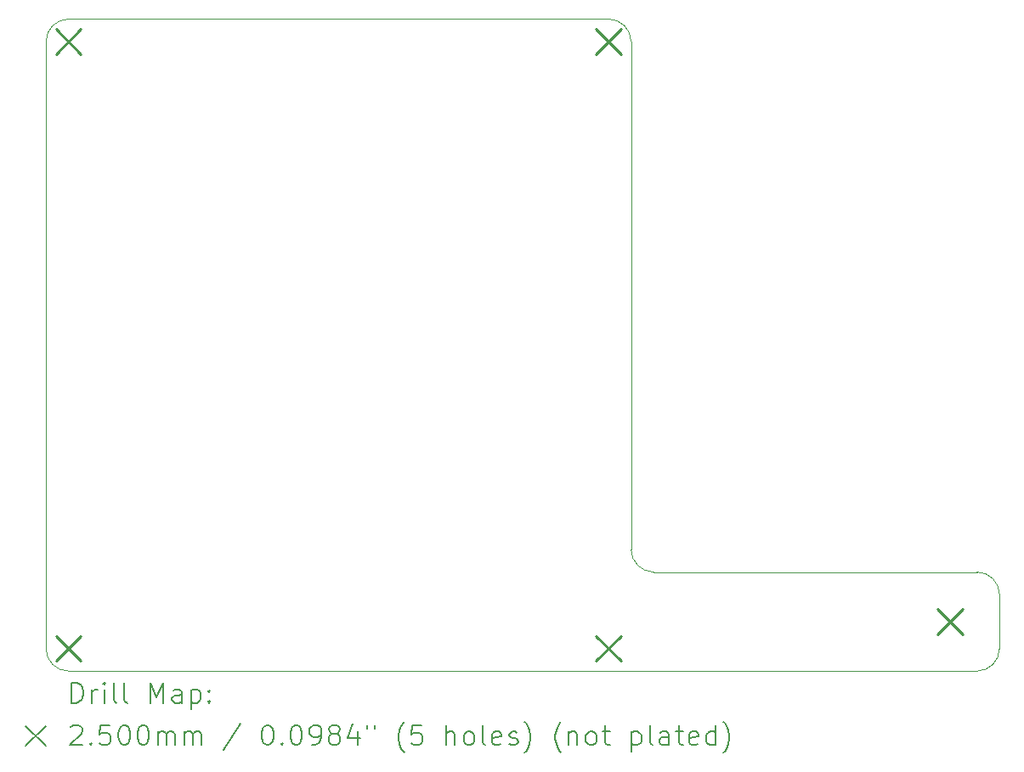
<source format=gbr>
%TF.GenerationSoftware,KiCad,Pcbnew,8.0.2*%
%TF.CreationDate,2024-05-14T20:52:16+07:00*%
%TF.ProjectId,HW.ACIM-DBG,48572e41-4349-44d2-9d44-42472e6b6963,0.0*%
%TF.SameCoordinates,Original*%
%TF.FileFunction,Drillmap*%
%TF.FilePolarity,Positive*%
%FSLAX45Y45*%
G04 Gerber Fmt 4.5, Leading zero omitted, Abs format (unit mm)*
G04 Created by KiCad (PCBNEW 8.0.2) date 2024-05-14 20:52:16*
%MOMM*%
%LPD*%
G01*
G04 APERTURE LIST*
%ADD10C,0.100000*%
%ADD11C,0.200000*%
%ADD12C,0.250000*%
G04 APERTURE END LIST*
D10*
X16577500Y-3525000D02*
X11197500Y-3525000D01*
X16802500Y-8812500D02*
X16802500Y-3750000D01*
X11197500Y-10025000D02*
G75*
G02*
X10972500Y-9800000I0J225000D01*
G01*
X16577500Y-3525000D02*
G75*
G02*
X16802500Y-3750000I0J-225000D01*
G01*
X20247500Y-9037500D02*
X17027500Y-9037500D01*
X11197500Y-10025000D02*
X20247500Y-10025000D01*
X20247500Y-9037500D02*
G75*
G02*
X20472500Y-9262500I0J-225000D01*
G01*
X20472500Y-9800000D02*
G75*
G02*
X20247500Y-10025000I-225000J0D01*
G01*
X20472500Y-9800000D02*
X20472500Y-9262500D01*
X10972500Y-3750000D02*
X10972500Y-9800000D01*
X10972500Y-3750000D02*
G75*
G02*
X11197500Y-3525000I225000J0D01*
G01*
X17027500Y-9037500D02*
G75*
G02*
X16802500Y-8812500I0J225000D01*
G01*
D11*
D12*
X11072500Y-3625000D02*
X11322500Y-3875000D01*
X11322500Y-3625000D02*
X11072500Y-3875000D01*
X11072500Y-9675000D02*
X11322500Y-9925000D01*
X11322500Y-9675000D02*
X11072500Y-9925000D01*
X16452500Y-3625000D02*
X16702500Y-3875000D01*
X16702500Y-3625000D02*
X16452500Y-3875000D01*
X16452500Y-9675000D02*
X16702500Y-9925000D01*
X16702500Y-9675000D02*
X16452500Y-9925000D01*
X19853750Y-9406250D02*
X20103750Y-9656250D01*
X20103750Y-9406250D02*
X19853750Y-9656250D01*
D11*
X11228277Y-10341484D02*
X11228277Y-10141484D01*
X11228277Y-10141484D02*
X11275896Y-10141484D01*
X11275896Y-10141484D02*
X11304467Y-10151008D01*
X11304467Y-10151008D02*
X11323515Y-10170055D01*
X11323515Y-10170055D02*
X11333039Y-10189103D01*
X11333039Y-10189103D02*
X11342562Y-10227198D01*
X11342562Y-10227198D02*
X11342562Y-10255770D01*
X11342562Y-10255770D02*
X11333039Y-10293865D01*
X11333039Y-10293865D02*
X11323515Y-10312912D01*
X11323515Y-10312912D02*
X11304467Y-10331960D01*
X11304467Y-10331960D02*
X11275896Y-10341484D01*
X11275896Y-10341484D02*
X11228277Y-10341484D01*
X11428277Y-10341484D02*
X11428277Y-10208150D01*
X11428277Y-10246246D02*
X11437801Y-10227198D01*
X11437801Y-10227198D02*
X11447324Y-10217674D01*
X11447324Y-10217674D02*
X11466372Y-10208150D01*
X11466372Y-10208150D02*
X11485420Y-10208150D01*
X11552086Y-10341484D02*
X11552086Y-10208150D01*
X11552086Y-10141484D02*
X11542562Y-10151008D01*
X11542562Y-10151008D02*
X11552086Y-10160531D01*
X11552086Y-10160531D02*
X11561610Y-10151008D01*
X11561610Y-10151008D02*
X11552086Y-10141484D01*
X11552086Y-10141484D02*
X11552086Y-10160531D01*
X11675896Y-10341484D02*
X11656848Y-10331960D01*
X11656848Y-10331960D02*
X11647324Y-10312912D01*
X11647324Y-10312912D02*
X11647324Y-10141484D01*
X11780658Y-10341484D02*
X11761610Y-10331960D01*
X11761610Y-10331960D02*
X11752086Y-10312912D01*
X11752086Y-10312912D02*
X11752086Y-10141484D01*
X12009229Y-10341484D02*
X12009229Y-10141484D01*
X12009229Y-10141484D02*
X12075896Y-10284341D01*
X12075896Y-10284341D02*
X12142562Y-10141484D01*
X12142562Y-10141484D02*
X12142562Y-10341484D01*
X12323515Y-10341484D02*
X12323515Y-10236722D01*
X12323515Y-10236722D02*
X12313991Y-10217674D01*
X12313991Y-10217674D02*
X12294943Y-10208150D01*
X12294943Y-10208150D02*
X12256848Y-10208150D01*
X12256848Y-10208150D02*
X12237801Y-10217674D01*
X12323515Y-10331960D02*
X12304467Y-10341484D01*
X12304467Y-10341484D02*
X12256848Y-10341484D01*
X12256848Y-10341484D02*
X12237801Y-10331960D01*
X12237801Y-10331960D02*
X12228277Y-10312912D01*
X12228277Y-10312912D02*
X12228277Y-10293865D01*
X12228277Y-10293865D02*
X12237801Y-10274817D01*
X12237801Y-10274817D02*
X12256848Y-10265293D01*
X12256848Y-10265293D02*
X12304467Y-10265293D01*
X12304467Y-10265293D02*
X12323515Y-10255770D01*
X12418753Y-10208150D02*
X12418753Y-10408150D01*
X12418753Y-10217674D02*
X12437801Y-10208150D01*
X12437801Y-10208150D02*
X12475896Y-10208150D01*
X12475896Y-10208150D02*
X12494943Y-10217674D01*
X12494943Y-10217674D02*
X12504467Y-10227198D01*
X12504467Y-10227198D02*
X12513991Y-10246246D01*
X12513991Y-10246246D02*
X12513991Y-10303389D01*
X12513991Y-10303389D02*
X12504467Y-10322436D01*
X12504467Y-10322436D02*
X12494943Y-10331960D01*
X12494943Y-10331960D02*
X12475896Y-10341484D01*
X12475896Y-10341484D02*
X12437801Y-10341484D01*
X12437801Y-10341484D02*
X12418753Y-10331960D01*
X12599705Y-10322436D02*
X12609229Y-10331960D01*
X12609229Y-10331960D02*
X12599705Y-10341484D01*
X12599705Y-10341484D02*
X12590182Y-10331960D01*
X12590182Y-10331960D02*
X12599705Y-10322436D01*
X12599705Y-10322436D02*
X12599705Y-10341484D01*
X12599705Y-10217674D02*
X12609229Y-10227198D01*
X12609229Y-10227198D02*
X12599705Y-10236722D01*
X12599705Y-10236722D02*
X12590182Y-10227198D01*
X12590182Y-10227198D02*
X12599705Y-10217674D01*
X12599705Y-10217674D02*
X12599705Y-10236722D01*
X10767500Y-10570000D02*
X10967500Y-10770000D01*
X10967500Y-10570000D02*
X10767500Y-10770000D01*
X11218753Y-10580531D02*
X11228277Y-10571008D01*
X11228277Y-10571008D02*
X11247324Y-10561484D01*
X11247324Y-10561484D02*
X11294943Y-10561484D01*
X11294943Y-10561484D02*
X11313991Y-10571008D01*
X11313991Y-10571008D02*
X11323515Y-10580531D01*
X11323515Y-10580531D02*
X11333039Y-10599579D01*
X11333039Y-10599579D02*
X11333039Y-10618627D01*
X11333039Y-10618627D02*
X11323515Y-10647198D01*
X11323515Y-10647198D02*
X11209229Y-10761484D01*
X11209229Y-10761484D02*
X11333039Y-10761484D01*
X11418753Y-10742436D02*
X11428277Y-10751960D01*
X11428277Y-10751960D02*
X11418753Y-10761484D01*
X11418753Y-10761484D02*
X11409229Y-10751960D01*
X11409229Y-10751960D02*
X11418753Y-10742436D01*
X11418753Y-10742436D02*
X11418753Y-10761484D01*
X11609229Y-10561484D02*
X11513991Y-10561484D01*
X11513991Y-10561484D02*
X11504467Y-10656722D01*
X11504467Y-10656722D02*
X11513991Y-10647198D01*
X11513991Y-10647198D02*
X11533039Y-10637674D01*
X11533039Y-10637674D02*
X11580658Y-10637674D01*
X11580658Y-10637674D02*
X11599705Y-10647198D01*
X11599705Y-10647198D02*
X11609229Y-10656722D01*
X11609229Y-10656722D02*
X11618753Y-10675770D01*
X11618753Y-10675770D02*
X11618753Y-10723389D01*
X11618753Y-10723389D02*
X11609229Y-10742436D01*
X11609229Y-10742436D02*
X11599705Y-10751960D01*
X11599705Y-10751960D02*
X11580658Y-10761484D01*
X11580658Y-10761484D02*
X11533039Y-10761484D01*
X11533039Y-10761484D02*
X11513991Y-10751960D01*
X11513991Y-10751960D02*
X11504467Y-10742436D01*
X11742562Y-10561484D02*
X11761610Y-10561484D01*
X11761610Y-10561484D02*
X11780658Y-10571008D01*
X11780658Y-10571008D02*
X11790182Y-10580531D01*
X11790182Y-10580531D02*
X11799705Y-10599579D01*
X11799705Y-10599579D02*
X11809229Y-10637674D01*
X11809229Y-10637674D02*
X11809229Y-10685293D01*
X11809229Y-10685293D02*
X11799705Y-10723389D01*
X11799705Y-10723389D02*
X11790182Y-10742436D01*
X11790182Y-10742436D02*
X11780658Y-10751960D01*
X11780658Y-10751960D02*
X11761610Y-10761484D01*
X11761610Y-10761484D02*
X11742562Y-10761484D01*
X11742562Y-10761484D02*
X11723515Y-10751960D01*
X11723515Y-10751960D02*
X11713991Y-10742436D01*
X11713991Y-10742436D02*
X11704467Y-10723389D01*
X11704467Y-10723389D02*
X11694943Y-10685293D01*
X11694943Y-10685293D02*
X11694943Y-10637674D01*
X11694943Y-10637674D02*
X11704467Y-10599579D01*
X11704467Y-10599579D02*
X11713991Y-10580531D01*
X11713991Y-10580531D02*
X11723515Y-10571008D01*
X11723515Y-10571008D02*
X11742562Y-10561484D01*
X11933039Y-10561484D02*
X11952086Y-10561484D01*
X11952086Y-10561484D02*
X11971134Y-10571008D01*
X11971134Y-10571008D02*
X11980658Y-10580531D01*
X11980658Y-10580531D02*
X11990182Y-10599579D01*
X11990182Y-10599579D02*
X11999705Y-10637674D01*
X11999705Y-10637674D02*
X11999705Y-10685293D01*
X11999705Y-10685293D02*
X11990182Y-10723389D01*
X11990182Y-10723389D02*
X11980658Y-10742436D01*
X11980658Y-10742436D02*
X11971134Y-10751960D01*
X11971134Y-10751960D02*
X11952086Y-10761484D01*
X11952086Y-10761484D02*
X11933039Y-10761484D01*
X11933039Y-10761484D02*
X11913991Y-10751960D01*
X11913991Y-10751960D02*
X11904467Y-10742436D01*
X11904467Y-10742436D02*
X11894943Y-10723389D01*
X11894943Y-10723389D02*
X11885420Y-10685293D01*
X11885420Y-10685293D02*
X11885420Y-10637674D01*
X11885420Y-10637674D02*
X11894943Y-10599579D01*
X11894943Y-10599579D02*
X11904467Y-10580531D01*
X11904467Y-10580531D02*
X11913991Y-10571008D01*
X11913991Y-10571008D02*
X11933039Y-10561484D01*
X12085420Y-10761484D02*
X12085420Y-10628150D01*
X12085420Y-10647198D02*
X12094943Y-10637674D01*
X12094943Y-10637674D02*
X12113991Y-10628150D01*
X12113991Y-10628150D02*
X12142563Y-10628150D01*
X12142563Y-10628150D02*
X12161610Y-10637674D01*
X12161610Y-10637674D02*
X12171134Y-10656722D01*
X12171134Y-10656722D02*
X12171134Y-10761484D01*
X12171134Y-10656722D02*
X12180658Y-10637674D01*
X12180658Y-10637674D02*
X12199705Y-10628150D01*
X12199705Y-10628150D02*
X12228277Y-10628150D01*
X12228277Y-10628150D02*
X12247324Y-10637674D01*
X12247324Y-10637674D02*
X12256848Y-10656722D01*
X12256848Y-10656722D02*
X12256848Y-10761484D01*
X12352086Y-10761484D02*
X12352086Y-10628150D01*
X12352086Y-10647198D02*
X12361610Y-10637674D01*
X12361610Y-10637674D02*
X12380658Y-10628150D01*
X12380658Y-10628150D02*
X12409229Y-10628150D01*
X12409229Y-10628150D02*
X12428277Y-10637674D01*
X12428277Y-10637674D02*
X12437801Y-10656722D01*
X12437801Y-10656722D02*
X12437801Y-10761484D01*
X12437801Y-10656722D02*
X12447324Y-10637674D01*
X12447324Y-10637674D02*
X12466372Y-10628150D01*
X12466372Y-10628150D02*
X12494943Y-10628150D01*
X12494943Y-10628150D02*
X12513991Y-10637674D01*
X12513991Y-10637674D02*
X12523515Y-10656722D01*
X12523515Y-10656722D02*
X12523515Y-10761484D01*
X12913991Y-10551960D02*
X12742563Y-10809103D01*
X13171134Y-10561484D02*
X13190182Y-10561484D01*
X13190182Y-10561484D02*
X13209229Y-10571008D01*
X13209229Y-10571008D02*
X13218753Y-10580531D01*
X13218753Y-10580531D02*
X13228277Y-10599579D01*
X13228277Y-10599579D02*
X13237801Y-10637674D01*
X13237801Y-10637674D02*
X13237801Y-10685293D01*
X13237801Y-10685293D02*
X13228277Y-10723389D01*
X13228277Y-10723389D02*
X13218753Y-10742436D01*
X13218753Y-10742436D02*
X13209229Y-10751960D01*
X13209229Y-10751960D02*
X13190182Y-10761484D01*
X13190182Y-10761484D02*
X13171134Y-10761484D01*
X13171134Y-10761484D02*
X13152086Y-10751960D01*
X13152086Y-10751960D02*
X13142563Y-10742436D01*
X13142563Y-10742436D02*
X13133039Y-10723389D01*
X13133039Y-10723389D02*
X13123515Y-10685293D01*
X13123515Y-10685293D02*
X13123515Y-10637674D01*
X13123515Y-10637674D02*
X13133039Y-10599579D01*
X13133039Y-10599579D02*
X13142563Y-10580531D01*
X13142563Y-10580531D02*
X13152086Y-10571008D01*
X13152086Y-10571008D02*
X13171134Y-10561484D01*
X13323515Y-10742436D02*
X13333039Y-10751960D01*
X13333039Y-10751960D02*
X13323515Y-10761484D01*
X13323515Y-10761484D02*
X13313991Y-10751960D01*
X13313991Y-10751960D02*
X13323515Y-10742436D01*
X13323515Y-10742436D02*
X13323515Y-10761484D01*
X13456848Y-10561484D02*
X13475896Y-10561484D01*
X13475896Y-10561484D02*
X13494944Y-10571008D01*
X13494944Y-10571008D02*
X13504467Y-10580531D01*
X13504467Y-10580531D02*
X13513991Y-10599579D01*
X13513991Y-10599579D02*
X13523515Y-10637674D01*
X13523515Y-10637674D02*
X13523515Y-10685293D01*
X13523515Y-10685293D02*
X13513991Y-10723389D01*
X13513991Y-10723389D02*
X13504467Y-10742436D01*
X13504467Y-10742436D02*
X13494944Y-10751960D01*
X13494944Y-10751960D02*
X13475896Y-10761484D01*
X13475896Y-10761484D02*
X13456848Y-10761484D01*
X13456848Y-10761484D02*
X13437801Y-10751960D01*
X13437801Y-10751960D02*
X13428277Y-10742436D01*
X13428277Y-10742436D02*
X13418753Y-10723389D01*
X13418753Y-10723389D02*
X13409229Y-10685293D01*
X13409229Y-10685293D02*
X13409229Y-10637674D01*
X13409229Y-10637674D02*
X13418753Y-10599579D01*
X13418753Y-10599579D02*
X13428277Y-10580531D01*
X13428277Y-10580531D02*
X13437801Y-10571008D01*
X13437801Y-10571008D02*
X13456848Y-10561484D01*
X13618753Y-10761484D02*
X13656848Y-10761484D01*
X13656848Y-10761484D02*
X13675896Y-10751960D01*
X13675896Y-10751960D02*
X13685420Y-10742436D01*
X13685420Y-10742436D02*
X13704467Y-10713865D01*
X13704467Y-10713865D02*
X13713991Y-10675770D01*
X13713991Y-10675770D02*
X13713991Y-10599579D01*
X13713991Y-10599579D02*
X13704467Y-10580531D01*
X13704467Y-10580531D02*
X13694944Y-10571008D01*
X13694944Y-10571008D02*
X13675896Y-10561484D01*
X13675896Y-10561484D02*
X13637801Y-10561484D01*
X13637801Y-10561484D02*
X13618753Y-10571008D01*
X13618753Y-10571008D02*
X13609229Y-10580531D01*
X13609229Y-10580531D02*
X13599706Y-10599579D01*
X13599706Y-10599579D02*
X13599706Y-10647198D01*
X13599706Y-10647198D02*
X13609229Y-10666246D01*
X13609229Y-10666246D02*
X13618753Y-10675770D01*
X13618753Y-10675770D02*
X13637801Y-10685293D01*
X13637801Y-10685293D02*
X13675896Y-10685293D01*
X13675896Y-10685293D02*
X13694944Y-10675770D01*
X13694944Y-10675770D02*
X13704467Y-10666246D01*
X13704467Y-10666246D02*
X13713991Y-10647198D01*
X13828277Y-10647198D02*
X13809229Y-10637674D01*
X13809229Y-10637674D02*
X13799706Y-10628150D01*
X13799706Y-10628150D02*
X13790182Y-10609103D01*
X13790182Y-10609103D02*
X13790182Y-10599579D01*
X13790182Y-10599579D02*
X13799706Y-10580531D01*
X13799706Y-10580531D02*
X13809229Y-10571008D01*
X13809229Y-10571008D02*
X13828277Y-10561484D01*
X13828277Y-10561484D02*
X13866372Y-10561484D01*
X13866372Y-10561484D02*
X13885420Y-10571008D01*
X13885420Y-10571008D02*
X13894944Y-10580531D01*
X13894944Y-10580531D02*
X13904467Y-10599579D01*
X13904467Y-10599579D02*
X13904467Y-10609103D01*
X13904467Y-10609103D02*
X13894944Y-10628150D01*
X13894944Y-10628150D02*
X13885420Y-10637674D01*
X13885420Y-10637674D02*
X13866372Y-10647198D01*
X13866372Y-10647198D02*
X13828277Y-10647198D01*
X13828277Y-10647198D02*
X13809229Y-10656722D01*
X13809229Y-10656722D02*
X13799706Y-10666246D01*
X13799706Y-10666246D02*
X13790182Y-10685293D01*
X13790182Y-10685293D02*
X13790182Y-10723389D01*
X13790182Y-10723389D02*
X13799706Y-10742436D01*
X13799706Y-10742436D02*
X13809229Y-10751960D01*
X13809229Y-10751960D02*
X13828277Y-10761484D01*
X13828277Y-10761484D02*
X13866372Y-10761484D01*
X13866372Y-10761484D02*
X13885420Y-10751960D01*
X13885420Y-10751960D02*
X13894944Y-10742436D01*
X13894944Y-10742436D02*
X13904467Y-10723389D01*
X13904467Y-10723389D02*
X13904467Y-10685293D01*
X13904467Y-10685293D02*
X13894944Y-10666246D01*
X13894944Y-10666246D02*
X13885420Y-10656722D01*
X13885420Y-10656722D02*
X13866372Y-10647198D01*
X14075896Y-10628150D02*
X14075896Y-10761484D01*
X14028277Y-10551960D02*
X13980658Y-10694817D01*
X13980658Y-10694817D02*
X14104467Y-10694817D01*
X14171134Y-10561484D02*
X14171134Y-10599579D01*
X14247325Y-10561484D02*
X14247325Y-10599579D01*
X14542563Y-10837674D02*
X14533039Y-10828150D01*
X14533039Y-10828150D02*
X14513991Y-10799579D01*
X14513991Y-10799579D02*
X14504468Y-10780531D01*
X14504468Y-10780531D02*
X14494944Y-10751960D01*
X14494944Y-10751960D02*
X14485420Y-10704341D01*
X14485420Y-10704341D02*
X14485420Y-10666246D01*
X14485420Y-10666246D02*
X14494944Y-10618627D01*
X14494944Y-10618627D02*
X14504468Y-10590055D01*
X14504468Y-10590055D02*
X14513991Y-10571008D01*
X14513991Y-10571008D02*
X14533039Y-10542436D01*
X14533039Y-10542436D02*
X14542563Y-10532912D01*
X14713991Y-10561484D02*
X14618753Y-10561484D01*
X14618753Y-10561484D02*
X14609229Y-10656722D01*
X14609229Y-10656722D02*
X14618753Y-10647198D01*
X14618753Y-10647198D02*
X14637801Y-10637674D01*
X14637801Y-10637674D02*
X14685420Y-10637674D01*
X14685420Y-10637674D02*
X14704468Y-10647198D01*
X14704468Y-10647198D02*
X14713991Y-10656722D01*
X14713991Y-10656722D02*
X14723515Y-10675770D01*
X14723515Y-10675770D02*
X14723515Y-10723389D01*
X14723515Y-10723389D02*
X14713991Y-10742436D01*
X14713991Y-10742436D02*
X14704468Y-10751960D01*
X14704468Y-10751960D02*
X14685420Y-10761484D01*
X14685420Y-10761484D02*
X14637801Y-10761484D01*
X14637801Y-10761484D02*
X14618753Y-10751960D01*
X14618753Y-10751960D02*
X14609229Y-10742436D01*
X14961610Y-10761484D02*
X14961610Y-10561484D01*
X15047325Y-10761484D02*
X15047325Y-10656722D01*
X15047325Y-10656722D02*
X15037801Y-10637674D01*
X15037801Y-10637674D02*
X15018753Y-10628150D01*
X15018753Y-10628150D02*
X14990182Y-10628150D01*
X14990182Y-10628150D02*
X14971134Y-10637674D01*
X14971134Y-10637674D02*
X14961610Y-10647198D01*
X15171134Y-10761484D02*
X15152087Y-10751960D01*
X15152087Y-10751960D02*
X15142563Y-10742436D01*
X15142563Y-10742436D02*
X15133039Y-10723389D01*
X15133039Y-10723389D02*
X15133039Y-10666246D01*
X15133039Y-10666246D02*
X15142563Y-10647198D01*
X15142563Y-10647198D02*
X15152087Y-10637674D01*
X15152087Y-10637674D02*
X15171134Y-10628150D01*
X15171134Y-10628150D02*
X15199706Y-10628150D01*
X15199706Y-10628150D02*
X15218753Y-10637674D01*
X15218753Y-10637674D02*
X15228277Y-10647198D01*
X15228277Y-10647198D02*
X15237801Y-10666246D01*
X15237801Y-10666246D02*
X15237801Y-10723389D01*
X15237801Y-10723389D02*
X15228277Y-10742436D01*
X15228277Y-10742436D02*
X15218753Y-10751960D01*
X15218753Y-10751960D02*
X15199706Y-10761484D01*
X15199706Y-10761484D02*
X15171134Y-10761484D01*
X15352087Y-10761484D02*
X15333039Y-10751960D01*
X15333039Y-10751960D02*
X15323515Y-10732912D01*
X15323515Y-10732912D02*
X15323515Y-10561484D01*
X15504468Y-10751960D02*
X15485420Y-10761484D01*
X15485420Y-10761484D02*
X15447325Y-10761484D01*
X15447325Y-10761484D02*
X15428277Y-10751960D01*
X15428277Y-10751960D02*
X15418753Y-10732912D01*
X15418753Y-10732912D02*
X15418753Y-10656722D01*
X15418753Y-10656722D02*
X15428277Y-10637674D01*
X15428277Y-10637674D02*
X15447325Y-10628150D01*
X15447325Y-10628150D02*
X15485420Y-10628150D01*
X15485420Y-10628150D02*
X15504468Y-10637674D01*
X15504468Y-10637674D02*
X15513991Y-10656722D01*
X15513991Y-10656722D02*
X15513991Y-10675770D01*
X15513991Y-10675770D02*
X15418753Y-10694817D01*
X15590182Y-10751960D02*
X15609230Y-10761484D01*
X15609230Y-10761484D02*
X15647325Y-10761484D01*
X15647325Y-10761484D02*
X15666372Y-10751960D01*
X15666372Y-10751960D02*
X15675896Y-10732912D01*
X15675896Y-10732912D02*
X15675896Y-10723389D01*
X15675896Y-10723389D02*
X15666372Y-10704341D01*
X15666372Y-10704341D02*
X15647325Y-10694817D01*
X15647325Y-10694817D02*
X15618753Y-10694817D01*
X15618753Y-10694817D02*
X15599706Y-10685293D01*
X15599706Y-10685293D02*
X15590182Y-10666246D01*
X15590182Y-10666246D02*
X15590182Y-10656722D01*
X15590182Y-10656722D02*
X15599706Y-10637674D01*
X15599706Y-10637674D02*
X15618753Y-10628150D01*
X15618753Y-10628150D02*
X15647325Y-10628150D01*
X15647325Y-10628150D02*
X15666372Y-10637674D01*
X15742563Y-10837674D02*
X15752087Y-10828150D01*
X15752087Y-10828150D02*
X15771134Y-10799579D01*
X15771134Y-10799579D02*
X15780658Y-10780531D01*
X15780658Y-10780531D02*
X15790182Y-10751960D01*
X15790182Y-10751960D02*
X15799706Y-10704341D01*
X15799706Y-10704341D02*
X15799706Y-10666246D01*
X15799706Y-10666246D02*
X15790182Y-10618627D01*
X15790182Y-10618627D02*
X15780658Y-10590055D01*
X15780658Y-10590055D02*
X15771134Y-10571008D01*
X15771134Y-10571008D02*
X15752087Y-10542436D01*
X15752087Y-10542436D02*
X15742563Y-10532912D01*
X16104468Y-10837674D02*
X16094944Y-10828150D01*
X16094944Y-10828150D02*
X16075896Y-10799579D01*
X16075896Y-10799579D02*
X16066372Y-10780531D01*
X16066372Y-10780531D02*
X16056849Y-10751960D01*
X16056849Y-10751960D02*
X16047325Y-10704341D01*
X16047325Y-10704341D02*
X16047325Y-10666246D01*
X16047325Y-10666246D02*
X16056849Y-10618627D01*
X16056849Y-10618627D02*
X16066372Y-10590055D01*
X16066372Y-10590055D02*
X16075896Y-10571008D01*
X16075896Y-10571008D02*
X16094944Y-10542436D01*
X16094944Y-10542436D02*
X16104468Y-10532912D01*
X16180658Y-10628150D02*
X16180658Y-10761484D01*
X16180658Y-10647198D02*
X16190182Y-10637674D01*
X16190182Y-10637674D02*
X16209230Y-10628150D01*
X16209230Y-10628150D02*
X16237801Y-10628150D01*
X16237801Y-10628150D02*
X16256849Y-10637674D01*
X16256849Y-10637674D02*
X16266372Y-10656722D01*
X16266372Y-10656722D02*
X16266372Y-10761484D01*
X16390182Y-10761484D02*
X16371134Y-10751960D01*
X16371134Y-10751960D02*
X16361611Y-10742436D01*
X16361611Y-10742436D02*
X16352087Y-10723389D01*
X16352087Y-10723389D02*
X16352087Y-10666246D01*
X16352087Y-10666246D02*
X16361611Y-10647198D01*
X16361611Y-10647198D02*
X16371134Y-10637674D01*
X16371134Y-10637674D02*
X16390182Y-10628150D01*
X16390182Y-10628150D02*
X16418753Y-10628150D01*
X16418753Y-10628150D02*
X16437801Y-10637674D01*
X16437801Y-10637674D02*
X16447325Y-10647198D01*
X16447325Y-10647198D02*
X16456849Y-10666246D01*
X16456849Y-10666246D02*
X16456849Y-10723389D01*
X16456849Y-10723389D02*
X16447325Y-10742436D01*
X16447325Y-10742436D02*
X16437801Y-10751960D01*
X16437801Y-10751960D02*
X16418753Y-10761484D01*
X16418753Y-10761484D02*
X16390182Y-10761484D01*
X16513992Y-10628150D02*
X16590182Y-10628150D01*
X16542563Y-10561484D02*
X16542563Y-10732912D01*
X16542563Y-10732912D02*
X16552087Y-10751960D01*
X16552087Y-10751960D02*
X16571134Y-10761484D01*
X16571134Y-10761484D02*
X16590182Y-10761484D01*
X16809230Y-10628150D02*
X16809230Y-10828150D01*
X16809230Y-10637674D02*
X16828277Y-10628150D01*
X16828277Y-10628150D02*
X16866373Y-10628150D01*
X16866373Y-10628150D02*
X16885420Y-10637674D01*
X16885420Y-10637674D02*
X16894944Y-10647198D01*
X16894944Y-10647198D02*
X16904468Y-10666246D01*
X16904468Y-10666246D02*
X16904468Y-10723389D01*
X16904468Y-10723389D02*
X16894944Y-10742436D01*
X16894944Y-10742436D02*
X16885420Y-10751960D01*
X16885420Y-10751960D02*
X16866373Y-10761484D01*
X16866373Y-10761484D02*
X16828277Y-10761484D01*
X16828277Y-10761484D02*
X16809230Y-10751960D01*
X17018754Y-10761484D02*
X16999706Y-10751960D01*
X16999706Y-10751960D02*
X16990182Y-10732912D01*
X16990182Y-10732912D02*
X16990182Y-10561484D01*
X17180658Y-10761484D02*
X17180658Y-10656722D01*
X17180658Y-10656722D02*
X17171135Y-10637674D01*
X17171135Y-10637674D02*
X17152087Y-10628150D01*
X17152087Y-10628150D02*
X17113992Y-10628150D01*
X17113992Y-10628150D02*
X17094944Y-10637674D01*
X17180658Y-10751960D02*
X17161611Y-10761484D01*
X17161611Y-10761484D02*
X17113992Y-10761484D01*
X17113992Y-10761484D02*
X17094944Y-10751960D01*
X17094944Y-10751960D02*
X17085420Y-10732912D01*
X17085420Y-10732912D02*
X17085420Y-10713865D01*
X17085420Y-10713865D02*
X17094944Y-10694817D01*
X17094944Y-10694817D02*
X17113992Y-10685293D01*
X17113992Y-10685293D02*
X17161611Y-10685293D01*
X17161611Y-10685293D02*
X17180658Y-10675770D01*
X17247325Y-10628150D02*
X17323515Y-10628150D01*
X17275896Y-10561484D02*
X17275896Y-10732912D01*
X17275896Y-10732912D02*
X17285420Y-10751960D01*
X17285420Y-10751960D02*
X17304468Y-10761484D01*
X17304468Y-10761484D02*
X17323515Y-10761484D01*
X17466373Y-10751960D02*
X17447325Y-10761484D01*
X17447325Y-10761484D02*
X17409230Y-10761484D01*
X17409230Y-10761484D02*
X17390182Y-10751960D01*
X17390182Y-10751960D02*
X17380658Y-10732912D01*
X17380658Y-10732912D02*
X17380658Y-10656722D01*
X17380658Y-10656722D02*
X17390182Y-10637674D01*
X17390182Y-10637674D02*
X17409230Y-10628150D01*
X17409230Y-10628150D02*
X17447325Y-10628150D01*
X17447325Y-10628150D02*
X17466373Y-10637674D01*
X17466373Y-10637674D02*
X17475896Y-10656722D01*
X17475896Y-10656722D02*
X17475896Y-10675770D01*
X17475896Y-10675770D02*
X17380658Y-10694817D01*
X17647325Y-10761484D02*
X17647325Y-10561484D01*
X17647325Y-10751960D02*
X17628277Y-10761484D01*
X17628277Y-10761484D02*
X17590182Y-10761484D01*
X17590182Y-10761484D02*
X17571135Y-10751960D01*
X17571135Y-10751960D02*
X17561611Y-10742436D01*
X17561611Y-10742436D02*
X17552087Y-10723389D01*
X17552087Y-10723389D02*
X17552087Y-10666246D01*
X17552087Y-10666246D02*
X17561611Y-10647198D01*
X17561611Y-10647198D02*
X17571135Y-10637674D01*
X17571135Y-10637674D02*
X17590182Y-10628150D01*
X17590182Y-10628150D02*
X17628277Y-10628150D01*
X17628277Y-10628150D02*
X17647325Y-10637674D01*
X17723516Y-10837674D02*
X17733039Y-10828150D01*
X17733039Y-10828150D02*
X17752087Y-10799579D01*
X17752087Y-10799579D02*
X17761611Y-10780531D01*
X17761611Y-10780531D02*
X17771135Y-10751960D01*
X17771135Y-10751960D02*
X17780658Y-10704341D01*
X17780658Y-10704341D02*
X17780658Y-10666246D01*
X17780658Y-10666246D02*
X17771135Y-10618627D01*
X17771135Y-10618627D02*
X17761611Y-10590055D01*
X17761611Y-10590055D02*
X17752087Y-10571008D01*
X17752087Y-10571008D02*
X17733039Y-10542436D01*
X17733039Y-10542436D02*
X17723516Y-10532912D01*
M02*

</source>
